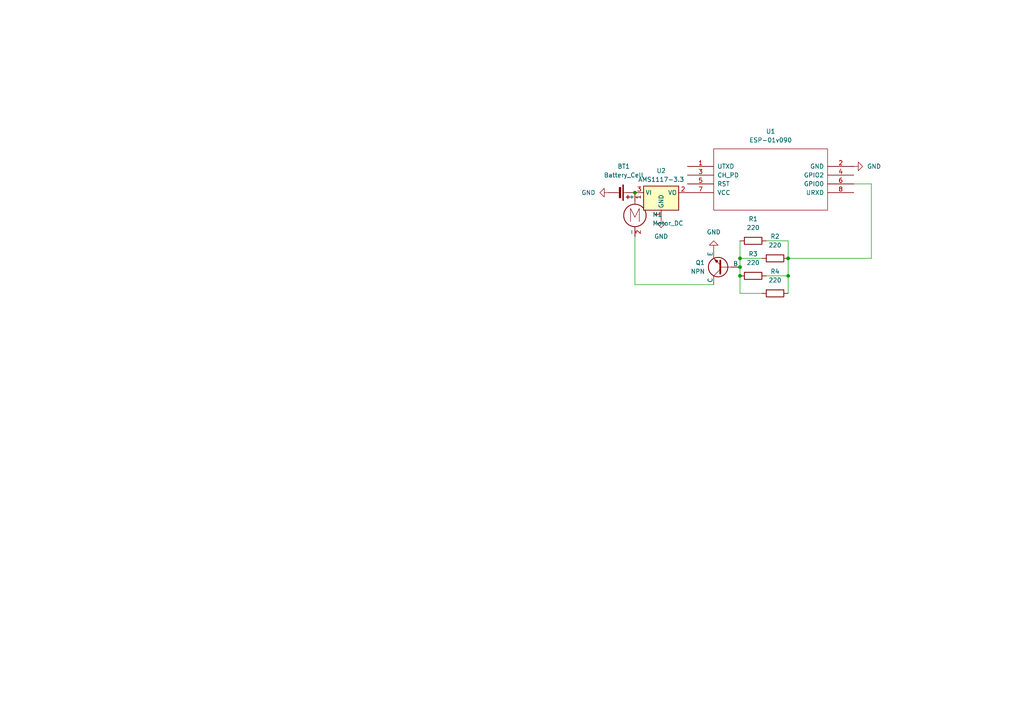
<source format=kicad_sch>
(kicad_sch (version 20250114) (generator "eeschema") (generator_version "9.0")
  (paper "A4")
  (lib_symbols
    (symbol "Device:Battery_Cell" (pin_numbers (hide yes)) (pin_names (offset 0) (hide yes))
      (property "Reference" "BT" (at 2.54 2.54 0))
      (property "Value" "Battery_Cell" (at 2.54 0 0))
      (symbol "Battery_Cell_0_1"
        (rectangle (start -2.286 1.778) (end 2.286 1.524) (fill (type outline)))
        (rectangle (start -1.524 1.016) (end 1.524 0.508) (fill (type outline)))
        (polyline (pts (xy 0 1.778) (xy 0 2.54)))
        (polyline (pts (xy 0 0.762) (xy 0 0)))
        (polyline (pts (xy 0.762 3.048) (xy 1.778 3.048)) (stroke (width 0.254)))
        (polyline (pts (xy 1.27 3.556) (xy 1.27 2.54)) (stroke (width 0.254)))
      )
      (symbol "Battery_Cell_1_1"
        (pin passive line (at 0 5.08 270) (length 2.54) (name "+") (number "1"))
        (pin passive line (at 0 -2.54 90) (length 2.54) (name "-") (number "2"))
      )
    )
    (symbol "Device:R" (pin_numbers (hide yes)) (pin_names (offset 0))
      (property "Reference" "R" (at 2.032 0 90))
      (property "Value" "R" (at 0 0 90))
      (symbol "R_0_1"
        (rectangle (start -1.016 -2.54) (end 1.016 2.54) (stroke (width 0.254)))
      )
      (symbol "R_1_1"
        (pin passive line (at 0 3.81 270) (length 1.27) (name "~") (number "1"))
        (pin passive line (at 0 -3.81 90) (length 1.27) (name "~") (number "2"))
      )
    )
    (symbol "ESP8266:ESP-01v090" (pin_names (offset 1.016))
      (property "Reference" "U" (at 0 -2.54 0))
      (property "Value" "ESP-01v090" (at 0 2.54 0))
      (symbol "ESP-01v090_1_0"
        (rectangle (start -16.51 -8.89) (end 16.51 8.89))
      )
      (symbol "ESP-01v090_1_1"
        (pin output line (at -24.13 3.81 0) (length 7.62) (name "UTXD") (number "1"))
        (pin input line (at -24.13 1.27 0) (length 7.62) (name "CH_PD") (number "3"))
        (pin input line (at -24.13 -1.27 0) (length 7.62) (name "RST") (number "5"))
        (pin power_in line (at -24.13 -3.81 0) (length 7.62) (name "VCC") (number "7"))
        (pin power_in line (at 24.13 3.81 180) (length 7.62) (name "GND") (number "2"))
        (pin tri_state line (at 24.13 1.27 180) (length 7.62) (name "GPIO2") (number "4"))
        (pin tri_state line (at 24.13 -1.27 180) (length 7.62) (name "GPIO0") (number "6"))
        (pin input line (at 24.13 -3.81 180) (length 7.62) (name "URXD") (number "8"))
      )
    )
    (symbol "Motor:Motor_DC" (pin_names (offset 0))
      (property "Reference" "M" (at 2.54 2.54 0))
      (property "Value" "Motor_DC" (at 2.54 -5.08 0))
      (symbol "Motor_DC_0_0"
        (polyline (pts (xy -1.27 -3.302) (xy -1.27 0.508) (xy 0 -2.032) (xy 1.27 0.508) (xy 1.27 -3.302)))
      )
      (symbol "Motor_DC_0_1"
        (polyline (pts (xy 0 2.032) (xy 0 2.54)))
        (polyline (pts (xy 0 1.7272) (xy 0 2.0828)))
        (circle (center 0 -1.524) (radius 3.2512) (stroke (width 0.254)))
        (polyline (pts (xy 0 -4.7752) (xy 0 -5.1816)))
        (polyline (pts (xy 0 -7.62) (xy 0 -7.112)))
      )
      (symbol "Motor_DC_1_1"
        (pin passive line (at 0 5.08 270) (length 2.54) (name "+") (number "1"))
        (pin passive line (at 0 -7.62 90) (length 2.54) (name "-") (number "2"))
      )
    )
    (symbol "Regulator_Linear:AMS1117-3.3"
      (property "Reference" "U" (at -3.81 3.175 0))
      (property "Value" "AMS1117-3.3" (at 0 3.175 0))
      (symbol "AMS1117-3.3_0_1"
        (rectangle (start -5.08 -5.08) (end 5.08 1.905) (stroke (width 0.254)) (fill (type background)))
      )
      (symbol "AMS1117-3.3_1_1"
        (pin power_in line (at -7.62 0 0) (length 2.54) (name "VI") (number "3"))
        (pin power_in line (at 0 -7.62 90) (length 2.54) (name "GND") (number "1"))
        (pin power_out line (at 7.62 0 180) (length 2.54) (name "VO") (number "2"))
      )
    )
    (symbol "Simulation_SPICE:NPN" (pin_numbers (hide yes)) (pin_names (offset 0))
      (property "Reference" "Q" (at -2.54 7.62 0))
      (property "Value" "NPN" (at -2.54 5.08 0))
      (symbol "NPN_0_1"
        (polyline (pts (xy -2.54 0) (xy 0.635 0)) (stroke (width 0.1524)))
        (polyline (pts (xy 0.635 1.905) (xy 0.635 -1.905) (xy 0.635 -1.905)) (stroke (width 0.508)))
        (polyline (pts (xy 0.635 0.635) (xy 2.54 2.54)))
        (polyline (pts (xy 0.635 -0.635) (xy 2.54 -2.54) (xy 2.54 -2.54)))
        (circle (center 1.27 0) (radius 2.8194) (stroke (width 0.254)))
        (polyline (pts (xy 1.27 -1.778) (xy 1.778 -1.27) (xy 2.286 -2.286) (xy 1.27 -1.778) (xy 1.27 -1.778)) (fill (type outline)))
        (polyline (pts (xy 2.794 -1.27) (xy 2.794 -1.27)) (stroke (width 0.1524)))
        (polyline (pts (xy 2.794 -1.27) (xy 2.794 -1.27)) (stroke (width 0.1524)))
      )
      (symbol "NPN_1_1"
        (pin input line (at -5.08 0 0) (length 2.54) (name "B") (number "2"))
        (pin open_collector line (at 2.54 5.08 270) (length 2.54) (name "C") (number "1"))
        (pin open_emitter line (at 2.54 -5.08 90) (length 2.54) (name "E") (number "3"))
      )
    )
    (symbol "power:GND" (power) (pin_numbers (hide yes)) (pin_names (offset 0) (hide yes))
      (property "Value" "GND" (at 0 -3.81 0))
      (symbol "GND_0_1"
        (polyline (pts (xy 0 0) (xy 0 -1.27) (xy 1.27 -1.27) (xy 0 -2.54) (xy -1.27 -1.27) (xy 0 -1.27)))
      )
      (symbol "GND_1_1"
        (pin power_in line (at 0 0 270) (length 0) (name "~") (number "1"))
      )
    )
  )
  (junction (at 184.15 55.88))
  (junction (at 228.6 74.93))
  (junction (at 214.63 80.01))
  (junction (at 214.63 77.47))
  (junction (at 228.6 80.01))
  (junction (at 214.63 74.93))
  (wire (pts (xy 228.6 80.01) (xy 228.6 85.09)))
  (wire (pts (xy 252.73 53.34) (xy 252.73 74.93)))
  (wire (pts (xy 207.01 82.55) (xy 184.15 82.55)))
  (wire (pts (xy 184.15 68.58) (xy 184.15 82.55)))
  (wire (pts (xy 228.6 80.01) (xy 228.6 74.93)))
  (wire (pts (xy 214.63 74.93) (xy 214.63 77.47)))
  (wire (pts (xy 214.63 80.01) (xy 214.63 85.09)))
  (wire (pts (xy 222.25 80.01) (xy 228.6 80.01)))
  (wire (pts (xy 214.63 77.47) (xy 214.63 80.01)))
  (wire (pts (xy 214.63 85.09) (xy 220.98 85.09)))
  (wire (pts (xy 228.6 69.85) (xy 222.25 69.85)))
  (wire (pts (xy 247.65 53.34) (xy 252.73 53.34)))
  (wire (pts (xy 214.63 74.93) (xy 220.98 74.93)))
  (wire (pts (xy 214.63 69.85) (xy 214.63 74.93)))
  (wire (pts (xy 252.73 74.93) (xy 228.6 74.93)))
  (wire (pts (xy 228.6 74.93) (xy 228.6 69.85)))
  (symbol (lib_id "Device:Battery_Cell") (at 179.07 55.88 270) (unit 1)
    (property "Reference" "BT1" (at 180.9115 48.26 90))
    (property "Value" "Battery_Cell" (at 180.9115 50.8 90))
    (property "Description" "Single-cell battery" (effects (hide yes)))
  )
  (symbol (lib_id "Device:R") (at 224.79 85.09 90) (unit 1)
    (property "Reference" "R4" (at 224.79 78.74 90))
    (property "Value" "220" (at 224.79 81.28 90))
    (property "Description" "Resistor" (effects (hide yes)))
  )
  (symbol (lib_id "Device:R") (at 224.79 74.93 90) (unit 1)
    (property "Reference" "R2" (at 224.79 68.58 90))
    (property "Value" "220" (at 224.79 71.12 90))
    (property "Description" "Resistor" (effects (hide yes)))
  )
  (symbol (lib_id "Regulator_Linear:AMS1117-3.3") (at 191.77 55.88 0) (unit 1)
    (property "Reference" "U2" (at 191.77 49.53 0))
    (property "Value" "AMS1117-3.3" (at 191.77 52.07 0))
    (property "Footprint" "Package_TO_SOT_SMD:SOT-223-3_TabPin2" (effects (hide yes)))
    (property "Datasheet" "http://www.advanced-monolithic.com/pdf/ds1117.pdf" (effects (hide yes)))
    (property "Description" "1A Low Dropout regulator, positive, 3.3V fixed output, SOT-223" (effects (hide yes)))
  )
  (symbol (lib_id "power:GND") (at 207.01 72.39 180) (unit 1)
    (property "Reference" "#PWR04" (effects (hide yes)))
    (property "Value" "GND" (at 207.01 67.31 0))
    (property "Description" "Power symbol creates a global label with name \"GND\" , ground" (effects (hide yes)))
  )
  (symbol (lib_id "power:GND") (at 247.65 48.26 90) (unit 1)
    (property "Reference" "#PWR03" (effects (hide yes)))
    (property "Value" "GND" (at 251.46 48.2599 90) (effects (justify right)))
    (property "Description" "Power symbol creates a global label with name \"GND\" , ground" (effects (hide yes)))
  )
  (symbol (lib_id "Motor:Motor_DC") (at 184.15 60.96 0) (unit 1)
    (property "Reference" "M1" (at 189.23 62.2299 0) (effects (justify left)))
    (property "Value" "Motor_DC" (at 189.23 64.7699 0) (effects (justify left)))
    (property "Description" "DC Motor" (effects (hide yes)))
  )
  (symbol (lib_id "ESP8266:ESP-01v090") (at 223.52 52.07 0) (unit 1)
    (property "Reference" "U1" (at 223.52 38.1 0))
    (property "Value" "ESP-01v090" (at 223.52 40.64 0))
    (property "Datasheet" "http://l0l.org.uk/2014/12/esp8266-modules-hardware-guide-gotta-catch-em-all/" (effects (hide yes)))
    (property "Description" "ESP8266 ESP-01 module, v090" (effects (hide yes)))
  )
  (symbol (lib_id "Simulation_SPICE:NPN") (at 209.55 77.47 180) (unit 1)
    (property "Reference" "Q1" (at 204.47 76.1999 0) (effects (justify left)))
    (property "Value" "NPN" (at 204.47 78.7399 0) (effects (justify left)))
    (property "Datasheet" "https://ngspice.sourceforge.io/docs/ngspice-html-manual/manual.xhtml#cha_BJTs" (effects (hide yes)))
    (property "Description" "Bipolar transistor symbol for simulation only, substrate tied to the emitter" (effects (hide yes)))
    (property "Sim.Device" "NPN" (effects (hide yes)))
    (property "Sim.Type" "GUMMELPOON" (effects (hide yes)))
    (property "Sim.Pins" "1=C 2=B 3=E" (effects (hide yes)))
  )
  (symbol (lib_id "power:GND") (at 176.53 55.88 270) (unit 1)
    (property "Reference" "#PWR01" (effects (hide yes)))
    (property "Value" "GND" (at 172.72 55.8799 90) (effects (justify right)))
    (property "Description" "Power symbol creates a global label with name \"GND\" , ground" (effects (hide yes)))
  )
  (symbol (lib_id "power:GND") (at 191.77 63.5 0) (unit 1)
    (property "Reference" "#PWR02" (effects (hide yes)))
    (property "Value" "GND" (at 191.77 68.58 0))
    (property "Description" "Power symbol creates a global label with name \"GND\" , ground" (effects (hide yes)))
  )
  (symbol (lib_id "Device:R") (at 218.44 69.85 90) (unit 1)
    (property "Reference" "R1" (at 218.44 63.5 90))
    (property "Value" "220" (at 218.44 66.04 90))
    (property "Description" "Resistor" (effects (hide yes)))
  )
  (symbol (lib_id "Device:R") (at 218.44 80.01 90) (unit 1)
    (property "Reference" "R3" (at 218.44 73.66 90))
    (property "Value" "220" (at 218.44 76.2 90))
    (property "Description" "Resistor" (effects (hide yes)))
  )
)
</source>
